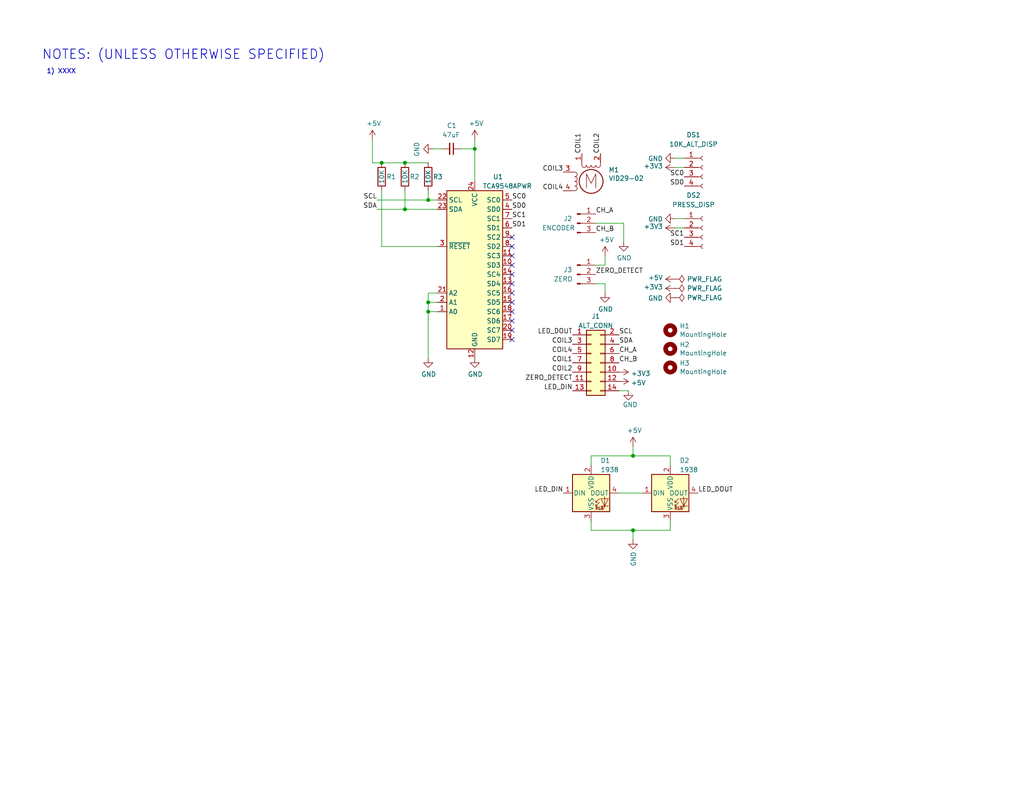
<source format=kicad_sch>
(kicad_sch (version 20211123) (generator eeschema)
  (paper "A")
  (title_block (date "2022-08-04") (rev "2"))
  (lib_symbols
    (symbol "Connector:Conn_01x03_Male" (pin_names (offset 1.016) hide)
      (property "Reference" "J" (at 0 5.08 0))
      (property "Value" "Conn_01x03_Male" (at 0 -5.08 0))
      (symbol "Conn_01x03_Male_1_1"
        (polyline (pts (xy 1.27 -2.54) (xy 0.8636 -2.54)) (stroke (width 0.1524)))
        (polyline (pts (xy 1.27 0) (xy 0.8636 0)) (stroke (width 0.1524)))
        (polyline (pts (xy 1.27 2.54) (xy 0.8636 2.54)) (stroke (width 0.1524)))
        (rectangle (start 0.8636 -2.413) (end 0 -2.667) (stroke (width 0.1524)) (fill (type outline)))
        (rectangle (start 0.8636 0.127) (end 0 -0.127) (stroke (width 0.1524)) (fill (type outline)))
        (rectangle (start 0.8636 2.667) (end 0 2.413) (stroke (width 0.1524)) (fill (type outline)))
        (pin passive line (at 5.08 2.54 180) (length 3.81) (name "Pin_1") (number "1"))
        (pin passive line (at 5.08 0 180) (length 3.81) (name "Pin_2") (number "2"))
        (pin passive line (at 5.08 -2.54 180) (length 3.81) (name "Pin_3") (number "3"))
      )
    )
    (symbol "Connector:Conn_01x04_Female" (pin_names (offset 1.016) hide)
      (property "Reference" "J" (at 0 5.08 0))
      (property "Value" "Conn_01x04_Female" (at 0 -7.62 0))
      (symbol "Conn_01x04_Female_1_1"
        (arc (start 0 -4.572) (mid -0.508 -5.08) (end 0 -5.588) (stroke (width 0.1524)))
        (arc (start 0 -2.032) (mid -0.508 -2.54) (end 0 -3.048) (stroke (width 0.1524)))
        (polyline (pts (xy -1.27 -5.08) (xy -0.508 -5.08)) (stroke (width 0.1524)))
        (polyline (pts (xy -1.27 -2.54) (xy -0.508 -2.54)) (stroke (width 0.1524)))
        (polyline (pts (xy -1.27 0) (xy -0.508 0)) (stroke (width 0.1524)))
        (polyline (pts (xy -1.27 2.54) (xy -0.508 2.54)) (stroke (width 0.1524)))
        (arc (start 0 0.508) (mid -0.508 0) (end 0 -0.508) (stroke (width 0.1524)))
        (arc (start 0 3.048) (mid -0.508 2.54) (end 0 2.032) (stroke (width 0.1524)))
        (pin passive line (at -5.08 2.54 0) (length 3.81) (name "Pin_1") (number "1"))
        (pin passive line (at -5.08 0 0) (length 3.81) (name "Pin_2") (number "2"))
        (pin passive line (at -5.08 -2.54 0) (length 3.81) (name "Pin_3") (number "3"))
        (pin passive line (at -5.08 -5.08 0) (length 3.81) (name "Pin_4") (number "4"))
      )
    )
    (symbol "Connector_Generic:Conn_02x07_Odd_Even" (pin_names (offset 1.016) hide)
      (property "Reference" "J" (at 1.27 10.16 0))
      (property "Value" "Conn_02x07_Odd_Even" (at 1.27 -10.16 0))
      (symbol "Conn_02x07_Odd_Even_1_1"
        (rectangle (start -1.27 -7.493) (end 0 -7.747) (stroke (width 0.1524)))
        (rectangle (start -1.27 -4.953) (end 0 -5.207) (stroke (width 0.1524)))
        (rectangle (start -1.27 -2.413) (end 0 -2.667) (stroke (width 0.1524)))
        (rectangle (start -1.27 0.127) (end 0 -0.127) (stroke (width 0.1524)))
        (rectangle (start -1.27 2.667) (end 0 2.413) (stroke (width 0.1524)))
        (rectangle (start -1.27 5.207) (end 0 4.953) (stroke (width 0.1524)))
        (rectangle (start -1.27 7.747) (end 0 7.493) (stroke (width 0.1524)))
        (rectangle (start -1.27 8.89) (end 3.81 -8.89) (stroke (width 0.254)) (fill (type background)))
        (rectangle (start 3.81 -7.493) (end 2.54 -7.747) (stroke (width 0.1524)))
        (rectangle (start 3.81 -4.953) (end 2.54 -5.207) (stroke (width 0.1524)))
        (rectangle (start 3.81 -2.413) (end 2.54 -2.667) (stroke (width 0.1524)))
        (rectangle (start 3.81 0.127) (end 2.54 -0.127) (stroke (width 0.1524)))
        (rectangle (start 3.81 2.667) (end 2.54 2.413) (stroke (width 0.1524)))
        (rectangle (start 3.81 5.207) (end 2.54 4.953) (stroke (width 0.1524)))
        (rectangle (start 3.81 7.747) (end 2.54 7.493) (stroke (width 0.1524)))
        (pin passive line (at -5.08 7.62 0) (length 3.81) (name "Pin_1") (number "1"))
        (pin passive line (at 7.62 -2.54 180) (length 3.81) (name "Pin_10") (number "10"))
        (pin passive line (at -5.08 -5.08 0) (length 3.81) (name "Pin_11") (number "11"))
        (pin passive line (at 7.62 -5.08 180) (length 3.81) (name "Pin_12") (number "12"))
        (pin passive line (at -5.08 -7.62 0) (length 3.81) (name "Pin_13") (number "13"))
        (pin passive line (at 7.62 -7.62 180) (length 3.81) (name "Pin_14") (number "14"))
        (pin passive line (at 7.62 7.62 180) (length 3.81) (name "Pin_2") (number "2"))
        (pin passive line (at -5.08 5.08 0) (length 3.81) (name "Pin_3") (number "3"))
        (pin passive line (at 7.62 5.08 180) (length 3.81) (name "Pin_4") (number "4"))
        (pin passive line (at -5.08 2.54 0) (length 3.81) (name "Pin_5") (number "5"))
        (pin passive line (at 7.62 2.54 180) (length 3.81) (name "Pin_6") (number "6"))
        (pin passive line (at -5.08 0 0) (length 3.81) (name "Pin_7") (number "7"))
        (pin passive line (at 7.62 0 180) (length 3.81) (name "Pin_8") (number "8"))
        (pin passive line (at -5.08 -2.54 0) (length 3.81) (name "Pin_9") (number "9"))
      )
    )
    (symbol "Device:C_Small" (pin_numbers hide) (pin_names (offset 0.254) hide)
      (property "Reference" "C" (at 0.254 1.778 0))
      (property "Value" "C_Small" (at 0.254 -2.032 0))
      (symbol "C_Small_0_1"
        (polyline (pts (xy -1.524 -0.508) (xy 1.524 -0.508)) (stroke (width 0.3302)))
        (polyline (pts (xy -1.524 0.508) (xy 1.524 0.508)) (stroke (width 0.3048)))
      )
      (symbol "C_Small_1_1"
        (pin passive line (at 0 2.54 270) (length 2.032) (name "~") (number "1"))
        (pin passive line (at 0 -2.54 90) (length 2.032) (name "~") (number "2"))
      )
    )
    (symbol "Device:R" (pin_numbers hide) (pin_names (offset 0))
      (property "Reference" "R" (at 2.032 0 90))
      (property "Value" "R" (at 0 0 90))
      (symbol "R_0_1"
        (rectangle (start -1.016 -2.54) (end 1.016 2.54) (stroke (width 0.254)))
      )
      (symbol "R_1_1"
        (pin passive line (at 0 3.81 270) (length 1.27) (name "~") (number "1"))
        (pin passive line (at 0 -3.81 90) (length 1.27) (name "~") (number "2"))
      )
    )
    (symbol "GAUGE_Standby-Altimeter-rescue:+3.3V-power" (power) (pin_names (offset 0))
      (property "Value" "+3.3V-power" (at 0 3.556 0))
      (symbol "+3.3V-power_0_1"
        (polyline (pts (xy -0.762 1.27) (xy 0 2.54)))
        (polyline (pts (xy 0 0) (xy 0 2.54)))
        (polyline (pts (xy 0 2.54) (xy 0.762 1.27)))
      )
      (symbol "+3.3V-power_1_1"
        (pin power_in line (at 0 0 90) (length 0) hide (name "+3V3") (number "1"))
      )
    )
    (symbol "Interface_Expansion:TCA9548APWR"
      (property "Reference" "U" (at -7.62 21.59 0))
      (property "Value" "TCA9548APWR" (at 1.016 21.59 0))
      (symbol "TCA9548APWR_0_1"
        (rectangle (start -7.62 20.32) (end 7.62 -22.86) (stroke (width 0.254)) (fill (type background)))
      )
      (symbol "TCA9548APWR_1_1"
        (pin input line (at -10.16 -12.7 0) (length 2.54) (name "A0") (number "1"))
        (pin bidirectional line (at 10.16 0 180) (length 2.54) (name "SD3") (number "10"))
        (pin output line (at 10.16 2.54 180) (length 2.54) (name "SC3") (number "11"))
        (pin power_in line (at 0 -25.4 90) (length 2.54) (name "GND") (number "12"))
        (pin bidirectional line (at 10.16 -5.08 180) (length 2.54) (name "SD4") (number "13"))
        (pin output line (at 10.16 -2.54 180) (length 2.54) (name "SC4") (number "14"))
        (pin bidirectional line (at 10.16 -10.16 180) (length 2.54) (name "SD5") (number "15"))
        (pin output line (at 10.16 -7.62 180) (length 2.54) (name "SC5") (number "16"))
        (pin bidirectional line (at 10.16 -15.24 180) (length 2.54) (name "SD6") (number "17"))
        (pin output line (at 10.16 -12.7 180) (length 2.54) (name "SC6") (number "18"))
        (pin bidirectional line (at 10.16 -20.32 180) (length 2.54) (name "SD7") (number "19"))
        (pin input line (at -10.16 -10.16 0) (length 2.54) (name "A1") (number "2"))
        (pin output line (at 10.16 -17.78 180) (length 2.54) (name "SC7") (number "20"))
        (pin input line (at -10.16 -7.62 0) (length 2.54) (name "A2") (number "21"))
        (pin input line (at -10.16 17.78 0) (length 2.54) (name "SCL") (number "22"))
        (pin bidirectional line (at -10.16 15.24 0) (length 2.54) (name "SDA") (number "23"))
        (pin power_in line (at 0 22.86 270) (length 2.54) (name "VCC") (number "24"))
        (pin input line (at -10.16 5.08 0) (length 2.54) (name "~{RESET}") (number "3"))
        (pin bidirectional line (at 10.16 15.24 180) (length 2.54) (name "SD0") (number "4"))
        (pin output line (at 10.16 17.78 180) (length 2.54) (name "SC0") (number "5"))
        (pin bidirectional line (at 10.16 10.16 180) (length 2.54) (name "SD1") (number "6"))
        (pin output line (at 10.16 12.7 180) (length 2.54) (name "SC1") (number "7"))
        (pin bidirectional line (at 10.16 5.08 180) (length 2.54) (name "SD2") (number "8"))
        (pin output line (at 10.16 7.62 180) (length 2.54) (name "SC2") (number "9"))
      )
    )
    (symbol "KiCadCustomLib:1938" (pin_names (offset 0.254))
      (property "Reference" "D" (at 5.08 5.715 0))
      (property "Value" "1938" (at 1.27 -5.715 0))
      (symbol "1938_0_0"
        (text "RGB" (at 2.286 -4.191 0) (effects (font (size 0.762 0.762))))
      )
      (symbol "1938_0_1"
        (polyline (pts (xy 1.27 -3.556) (xy 1.778 -3.556)))
        (polyline (pts (xy 1.27 -2.54) (xy 1.778 -2.54)))
        (polyline (pts (xy 4.699 -3.556) (xy 2.667 -3.556)))
        (polyline (pts (xy 2.286 -2.54) (xy 1.27 -3.556) (xy 1.27 -3.048)))
        (polyline (pts (xy 2.286 -1.524) (xy 1.27 -2.54) (xy 1.27 -2.032)))
        (polyline (pts (xy 3.683 -1.016) (xy 3.683 -3.556) (xy 3.683 -4.064)))
        (polyline (pts (xy 4.699 -1.524) (xy 2.667 -1.524) (xy 3.683 -3.556) (xy 4.699 -1.524)))
        (rectangle (start 5.08 5.08) (end -5.08 -5.08) (stroke (width 0.254)) (fill (type background)))
      )
      (symbol "1938_1_1"
        (pin input line (at -7.62 0 0) (length 2.54) (name "DIN") (number "1"))
        (pin power_in line (at 0 7.62 270) (length 2.54) (name "VDD") (number "2"))
        (pin power_in line (at 0 -7.62 90) (length 2.54) (name "VSS") (number "3"))
        (pin output line (at 7.62 0 180) (length 2.54) (name "DOUT") (number "4"))
      )
    )
    (symbol "Mechanical:MountingHole" (pin_names (offset 1.016))
      (property "Reference" "H" (at 0 5.08 0))
      (property "Value" "MountingHole" (at 0 3.175 0))
      (symbol "MountingHole_0_1"
        (circle (center 0 0) (radius 1.27) (stroke (width 1.27)))
      )
    )
    (symbol "Motor:Stepper_Motor_bipolar" (pin_names (offset 0) hide)
      (property "Reference" "M" (at 3.81 2.54 0))
      (property "Value" "Stepper_Motor_bipolar" (at 3.81 1.27 0))
      (symbol "Stepper_Motor_bipolar_0_0"
        (polyline (pts (xy -1.27 -1.778) (xy -1.27 2.032) (xy 0 -0.508) (xy 1.27 2.032) (xy 1.27 -1.778)))
      )
      (symbol "Stepper_Motor_bipolar_0_1"
        (arc (start -4.445 -2.54) (mid -3.81 -1.905) (end -4.445 -1.27))
        (arc (start -4.445 -1.27) (mid -3.81 -0.635) (end -4.445 0))
        (arc (start -4.445 0) (mid -3.81 0.635) (end -4.445 1.27))
        (arc (start -4.445 1.27) (mid -3.81 1.905) (end -4.445 2.54))
        (arc (start -2.54 4.445) (mid -1.905 3.81) (end -1.27 4.445))
        (arc (start -1.27 4.445) (mid -0.635 3.81) (end 0 4.445))
        (polyline (pts (xy -5.08 -2.54) (xy -4.445 -2.54)))
        (polyline (pts (xy -5.08 2.54) (xy -4.445 2.54)))
        (polyline (pts (xy -2.54 5.08) (xy -2.54 4.445)))
        (polyline (pts (xy 2.54 5.08) (xy 2.54 4.445)))
        (circle (center 0 0) (radius 3.2512) (stroke (width 0.254)))
        (arc (start 0 4.445) (mid 0.635 3.81) (end 1.27 4.445))
        (arc (start 1.27 4.445) (mid 1.905 3.81) (end 2.54 4.445))
      )
      (symbol "Stepper_Motor_bipolar_1_1"
        (pin passive line (at -2.54 7.62 270) (length 2.54) (name "~") (number "1"))
        (pin passive line (at 2.54 7.62 270) (length 2.54) (name "-") (number "2"))
        (pin passive line (at -7.62 2.54 0) (length 2.54) (name "~") (number "3"))
        (pin passive line (at -7.62 -2.54 0) (length 2.54) (name "~") (number "4"))
      )
    )
    (symbol "power:+5V" (power) (pin_names (offset 0))
      (property "Value" "+5V" (at 0 3.556 0))
      (symbol "+5V_0_1"
        (polyline (pts (xy -0.762 1.27) (xy 0 2.54)))
        (polyline (pts (xy 0 0) (xy 0 2.54)))
        (polyline (pts (xy 0 2.54) (xy 0.762 1.27)))
      )
      (symbol "+5V_1_1"
        (pin power_in line (at 0 0 90) (length 0) hide (name "+5V") (number "1"))
      )
    )
    (symbol "power:GND" (power) (pin_names (offset 0))
      (property "Value" "GND" (at 0 -3.81 0))
      (symbol "GND_0_1"
        (polyline (pts (xy 0 0) (xy 0 -1.27) (xy 1.27 -1.27) (xy 0 -2.54) (xy -1.27 -1.27) (xy 0 -1.27)))
      )
      (symbol "GND_1_1"
        (pin power_in line (at 0 0 270) (length 0) hide (name "GND") (number "1"))
      )
    )
    (symbol "power:PWR_FLAG" (power) (pin_numbers hide) (pin_names (offset 0) hide)
      (property "Value" "PWR_FLAG" (at 0 3.81 0))
      (symbol "PWR_FLAG_0_0"
        (pin power_out line (at 0 0 90) (length 0) (name "pwr") (number "1"))
      )
      (symbol "PWR_FLAG_0_1"
        (polyline (pts (xy 0 0) (xy 0 1.27) (xy -1.016 1.905) (xy 0 2.54) (xy 1.016 1.905) (xy 0 1.27)))
      )
    )
  )
  (junction (at 116.84 54.61))
  (junction (at 104.14 44.45))
  (junction (at 172.72 124.46))
  (junction (at 116.84 82.55))
  (junction (at 172.72 144.78))
  (junction (at 110.49 44.45))
  (junction (at 110.49 57.15))
  (junction (at 116.84 85.09))
  (junction (at 129.54 40.64))
  (no_connect (at 139.7 64.77))
  (no_connect (at 139.7 80.01))
  (no_connect (at 139.7 72.39))
  (no_connect (at 139.7 92.71))
  (no_connect (at 139.7 67.31))
  (no_connect (at 139.7 90.17))
  (no_connect (at 139.7 85.09))
  (no_connect (at 139.7 74.93))
  (no_connect (at 139.7 87.63))
  (no_connect (at 139.7 77.47))
  (no_connect (at 139.7 69.85))
  (no_connect (at 139.7 82.55))
  (wire (pts (xy 171.45 106.68) (xy 168.91 106.68)))
  (wire (pts (xy 186.69 62.23) (xy 184.15 62.23)))
  (wire (pts (xy 170.18 66.04) (xy 170.18 60.96)))
  (wire (pts (xy 168.91 134.62) (xy 175.26 134.62)))
  (wire (pts (xy 116.84 85.09) (xy 116.84 97.79)))
  (wire (pts (xy 161.29 124.46) (xy 172.72 124.46)))
  (wire (pts (xy 104.14 67.31) (xy 119.38 67.31)))
  (wire (pts (xy 120.65 40.64) (xy 118.11 40.64)))
  (wire (pts (xy 104.14 44.45) (xy 110.49 44.45)))
  (wire (pts (xy 172.72 121.92) (xy 172.72 124.46)))
  (wire (pts (xy 165.1 80.01) (xy 165.1 77.47)))
  (wire (pts (xy 110.49 52.07) (xy 110.49 57.15)))
  (wire (pts (xy 116.84 54.61) (xy 102.87 54.61)))
  (wire (pts (xy 101.6 44.45) (xy 104.14 44.45)))
  (wire (pts (xy 119.38 85.09) (xy 116.84 85.09)))
  (wire (pts (xy 172.72 144.78) (xy 172.72 147.32)))
  (wire (pts (xy 165.1 72.39) (xy 165.1 69.85)))
  (wire (pts (xy 104.14 52.07) (xy 104.14 67.31)))
  (wire (pts (xy 165.1 77.47) (xy 162.56 77.47)))
  (wire (pts (xy 162.56 72.39) (xy 165.1 72.39)))
  (wire (pts (xy 116.84 54.61) (xy 116.84 52.07)))
  (wire (pts (xy 184.15 59.69) (xy 186.69 59.69)))
  (wire (pts (xy 119.38 82.55) (xy 116.84 82.55)))
  (wire (pts (xy 182.88 144.78) (xy 182.88 142.24)))
  (wire (pts (xy 161.29 127) (xy 161.29 124.46)))
  (wire (pts (xy 186.69 45.72) (xy 184.15 45.72)))
  (wire (pts (xy 172.72 144.78) (xy 182.88 144.78)))
  (wire (pts (xy 116.84 54.61) (xy 119.38 54.61)))
  (wire (pts (xy 119.38 80.01) (xy 116.84 80.01)))
  (wire (pts (xy 161.29 142.24) (xy 161.29 144.78)))
  (wire (pts (xy 129.54 40.64) (xy 129.54 49.53)))
  (wire (pts (xy 116.84 80.01) (xy 116.84 82.55)))
  (wire (pts (xy 101.6 38.1) (xy 101.6 44.45)))
  (wire (pts (xy 182.88 124.46) (xy 182.88 127)))
  (wire (pts (xy 110.49 57.15) (xy 102.87 57.15)))
  (wire (pts (xy 161.29 144.78) (xy 172.72 144.78)))
  (wire (pts (xy 116.84 82.55) (xy 116.84 85.09)))
  (wire (pts (xy 125.73 40.64) (xy 129.54 40.64)))
  (wire (pts (xy 184.15 43.18) (xy 186.69 43.18)))
  (wire (pts (xy 172.72 124.46) (xy 182.88 124.46)))
  (wire (pts (xy 110.49 57.15) (xy 119.38 57.15)))
  (wire (pts (xy 170.18 60.96) (xy 162.56 60.96)))
  (wire (pts (xy 129.54 38.1) (xy 129.54 40.64)))
  (wire (pts (xy 110.49 44.45) (xy 116.84 44.45)))
  (text "NOTES: (UNLESS OTHERWISE SPECIFIED)" (at 11.43 16.51 0) (effects (font (size 2.54 2.54)) (justify left bottom)))
  (text "1) XXXX" (at 12.7 20.32 0) (effects (font (size 1.27 1.27)) (justify left bottom)))
  (text "1) XXXX" (at 12.7 20.32 0) (effects (font (size 1.27 1.27)) (justify left bottom)))
  (text "NOTES: (UNLESS OTHERWISE SPECIFIED)" (at 11.43 16.51 0) (effects (font (size 2.54 2.54)) (justify left bottom)))
  (label "CH_B" (at 168.91 99.06 0))
  (label "SDA" (at 102.87 57.15 180))
  (label "SCL" (at 102.87 54.61 180))
  (label "SC0" (at 139.7 54.61 0))
  (label "SC1" (at 139.7 59.69 0))
  (label "CH_A" (at 162.56 58.42 0))
  (label "LED_DOUT" (at 190.5 134.62 0))
  (label "COIL4" (at 153.67 52.07 180))
  (label "SC1" (at 186.69 64.77 180))
  (label "SD0" (at 139.7 57.15 0))
  (label "ZERO_DETECT" (at 156.21 104.14 180))
  (label "SC0" (at 186.69 48.26 180))
  (label "COIL1" (at 158.75 41.91 90))
  (label "CH_B" (at 162.56 63.5 0))
  (label "LED_DOUT" (at 156.21 91.44 180))
  (label "COIL3" (at 153.67 46.99 180))
  (label "ZERO_DETECT" (at 162.56 74.93 0))
  (label "LED_DIN" (at 153.67 134.62 180))
  (label "COIL4" (at 156.21 96.52 180))
  (label "SD0" (at 186.69 50.8 180))
  (label "COIL2" (at 163.83 41.91 90))
  (label "SD1" (at 186.69 67.31 180))
  (label "COIL2" (at 156.21 101.6 180))
  (label "CH_A" (at 168.91 96.52 0))
  (label "LED_DIN" (at 156.21 106.68 180))
  (label "SCL" (at 168.91 91.44 0))
  (label "COIL3" (at 156.21 93.98 180))
  (label "SDA" (at 168.91 93.98 0))
  (label "SD1" (at 139.7 62.23 0))
  (label "COIL1" (at 156.21 99.06 180))
  (symbol (lib_id "power:+5V") (at 101.6 38.1 0) (unit 1)
    (property "Reference" "#PWR01" (effects hide))
    (property "Value" "+5V" (at 101.981 33.7058 0))
  )
  (symbol (lib_id "Device:R") (at 104.14 48.26 0) (unit 1)
    (property "Reference" "R1" (at 105.41 48.26 0) (effects (justify left)))
    (property "Value" "10K" (at 104.14 48.26 90))
    (property "Footprint" "Resistor_SMD:R_0603_1608Metric" (effects hide))
    (property "Datasheet" "https://datasheet.lcsc.com/szlcsc/1811062009_UNI-ROYAL-Uniroyal-Elec-0603WAF1002T5E_C25804.pdf" (effects hide))
    (property "LCSC" "C25804" (effects hide))
  )
  (symbol (lib_id "Device:R") (at 110.49 48.26 0) (unit 1)
    (property "Reference" "R2" (at 111.76 48.26 0) (effects (justify left)))
    (property "Value" "10K" (at 110.49 48.26 90))
    (property "Footprint" "Resistor_SMD:R_0603_1608Metric" (effects hide))
    (property "Datasheet" "https://datasheet.lcsc.com/szlcsc/1811062009_UNI-ROYAL-Uniroyal-Elec-0603WAF1002T5E_C25804.pdf" (effects hide))
    (property "LCSC" "C25804" (effects hide))
  )
  (symbol (lib_id "Device:R") (at 116.84 48.26 0) (unit 1)
    (property "Reference" "R3" (at 118.11 48.26 0) (effects (justify left)))
    (property "Value" "10K" (at 116.84 48.26 90))
    (property "Footprint" "Resistor_SMD:R_0603_1608Metric" (effects hide))
    (property "Datasheet" "https://datasheet.lcsc.com/szlcsc/1811062009_UNI-ROYAL-Uniroyal-Elec-0603WAF1002T5E_C25804.pdf" (effects hide))
    (property "LCSC" "C25804" (effects hide))
  )
  (symbol (lib_id "power:PWR_FLAG") (at 184.15 78.74 270) (unit 1)
    (property "Reference" "#FLG01" (effects hide))
    (property "Value" "PWR_FLAG" (at 187.4012 78.74 90) (effects (justify left)))
  )
  (symbol (lib_id "power:PWR_FLAG") (at 184.15 81.28 270) (unit 1)
    (property "Reference" "#FLG02" (effects hide))
    (property "Value" "PWR_FLAG" (at 187.4012 81.28 90) (effects (justify left)))
  )
  (symbol (lib_id "power:GND") (at 184.15 81.28 270) (unit 1)
    (property "Reference" "#PWR09" (effects hide))
    (property "Value" "GND" (at 180.8988 81.407 90) (effects (justify right)))
  )
  (symbol (lib_id "GAUGE_Standby-Altimeter-rescue:+3.3V-power") (at 184.15 78.74 90) (unit 1)
    (property "Reference" "#PWR08" (effects hide))
    (property "Value" "+3.3V" (at 180.8988 78.359 90) (effects (justify left)))
  )
  (symbol (lib_id "Connector:Conn_01x04_Female") (at 191.77 45.72 0) (unit 1)
    (property "Reference" "DS1" (at 189.23 36.83 0))
    (property "Value" "10K_ALT_DISP" (at 189.23 39.37 0))
    (property "Footprint" "Connector_PinSocket_2.54mm:PinSocket_1x04_P2.54mm_Vertical" (effects hide))
  )
  (symbol (lib_id "power:GND") (at 184.15 43.18 270) (unit 1)
    (property "Reference" "#PWR04" (effects hide))
    (property "Value" "GND" (at 180.8988 43.307 90) (effects (justify right)))
  )
  (symbol (lib_id "GAUGE_Standby-Altimeter-rescue:+3.3V-power") (at 184.15 45.72 90) (unit 1)
    (property "Reference" "#PWR05" (effects hide))
    (property "Value" "+3.3V" (at 180.8988 45.339 90) (effects (justify left)))
  )
  (symbol (lib_id "Connector:Conn_01x04_Female") (at 191.77 62.23 0) (unit 1)
    (property "Reference" "DS2" (at 189.23 53.34 0))
    (property "Value" "PRESS_DISP" (at 189.23 55.88 0))
    (property "Footprint" "Connector_PinSocket_2.54mm:PinSocket_1x04_P2.54mm_Vertical" (effects hide))
  )
  (symbol (lib_id "power:GND") (at 184.15 59.69 270) (unit 1)
    (property "Reference" "#PWR06" (effects hide))
    (property "Value" "GND" (at 180.8988 59.817 90) (effects (justify right)))
  )
  (symbol (lib_id "GAUGE_Standby-Altimeter-rescue:+3.3V-power") (at 184.15 62.23 90) (unit 1)
    (property "Reference" "#PWR07" (effects hide))
    (property "Value" "+3.3V" (at 180.8988 61.849 90) (effects (justify left)))
  )
  (symbol (lib_id "power:GND") (at 171.45 106.68 0) (unit 1)
    (property "Reference" "#PWR017" (effects hide))
    (property "Value" "GND" (at 173.99 110.49 0) (effects (justify right)))
  )
  (symbol (lib_id "GAUGE_Standby-Altimeter-rescue:+3.3V-power") (at 168.91 101.6 270) (unit 1)
    (property "Reference" "#PWR016" (effects hide))
    (property "Value" "+3.3V" (at 172.1612 101.981 90) (effects (justify left)))
  )
  (symbol (lib_id "Connector:Conn_01x03_Male") (at 157.48 60.96 0) (unit 1)
    (property "Reference" "J2" (at 154.94 59.69 0))
    (property "Value" "ENCODER" (at 152.4 62.23 0))
    (property "Footprint" "Connector_PinHeader_2.54mm:PinHeader_1x03_P2.54mm_Vertical" (effects hide))
  )
  (symbol (lib_id "power:GND") (at 170.18 66.04 0) (unit 1)
    (property "Reference" "#PWR010" (effects hide))
    (property "Value" "GND" (at 170.307 70.4342 0))
  )
  (symbol (lib_id "Interface_Expansion:TCA9548APWR") (at 129.54 72.39 0) (unit 1)
    (property "Reference" "U1" (at 135.89 48.26 0))
    (property "Value" "TCA9548APWR" (at 138.43 50.8 0))
    (property "Footprint" "Package_SO:TSSOP-24_4.4x7.8mm_P0.65mm" (effects hide))
    (property "Datasheet" "http://www.ti.com/lit/ds/symlink/tca9548a.pdf" (effects hide))
    (property "LCSC" "C130026" (effects hide))
  )
  (symbol (lib_id "power:+5V") (at 129.54 38.1 0) (unit 1)
    (property "Reference" "#PWR02" (effects hide))
    (property "Value" "+5V" (at 129.921 33.7058 0))
  )
  (symbol (lib_id "Device:C_Small") (at 123.19 40.64 270) (unit 1)
    (property "Reference" "C1" (at 121.92 34.29 90) (effects (justify left)))
    (property "Value" "47uF" (at 120.65 36.83 90) (effects (justify left)))
    (property "Footprint" "Capacitor_SMD:C_1206_3216Metric" (effects hide))
    (property "Datasheet" "https://datasheet.lcsc.com/szlcsc/Samsung-Electro-Mechanics-CL31A476MPHNNNE_C96123.pdf" (effects hide))
    (property "PN" "CL31A476MPHNNNE" (effects hide))
    (property "LCSC" "C96123" (effects hide))
  )
  (symbol (lib_id "power:GND") (at 118.11 40.64 270) (unit 1)
    (property "Reference" "#PWR03" (effects hide))
    (property "Value" "GND" (at 113.7158 40.767 0))
  )
  (symbol (lib_id "KiCadCustomLib:1938") (at 161.29 134.62 0) (unit 1)
    (property "Reference" "D1" (at 163.83 125.73 0) (effects (justify left)))
    (property "Value" "1938" (at 163.83 128.27 0) (effects (justify left)))
    (property "Footprint" "LED_THT:LED_D5.0mm-4_RGB" (effects hide))
    (property "Datasheet" "https://www.adafruit.com/product/1938" (effects hide))
  )
  (symbol (lib_id "KiCadCustomLib:1938") (at 182.88 134.62 0) (unit 1)
    (property "Reference" "D2" (at 185.42 125.73 0) (effects (justify left)))
    (property "Value" "1938" (at 185.42 128.27 0) (effects (justify left)))
    (property "Footprint" "LED_THT:LED_D5.0mm-4_RGB" (effects hide))
    (property "Datasheet" "https://www.adafruit.com/product/1938" (effects hide))
  )
  (symbol (lib_id "power:+5V") (at 172.72 121.92 0) (unit 1)
    (property "Reference" "#PWR0102" (effects hide))
    (property "Value" "+5V" (at 173.101 117.5258 0))
  )
  (symbol (lib_id "Connector_Generic:Conn_02x07_Odd_Even") (at 161.29 99.06 0) (unit 1)
    (property "Reference" "J1" (at 162.56 86.36 0))
    (property "Value" "ALT_CONN" (at 162.56 88.9 0))
    (property "Footprint" "Connector_PinHeader_2.54mm:PinHeader_2x07_P2.54mm_Vertical" (effects hide))
  )
  (symbol (lib_id "Motor:Stepper_Motor_bipolar") (at 161.29 49.53 0) (unit 1)
    (property "Reference" "M1" (at 166.0652 46.3804 0) (effects (justify left)))
    (property "Value" "VID29-02" (at 166.0652 48.6918 0) (effects (justify left)))
    (property "Footprint" "KiCAD Libraries:VID29-02" (effects hide))
    (property "Datasheet" "http://www.infineon.com/dgdl/Application-Note-TLE8110EE_driving_UniPolarStepperMotor_V1.1.pdf?fileId=db3a30431be39b97011be5d0aa0a00b0" (effects hide))
  )
  (symbol (lib_id "Connector:Conn_01x03_Male") (at 157.48 74.93 0) (unit 1)
    (property "Reference" "J3" (at 154.94 73.66 0))
    (property "Value" "ZERO" (at 153.67 76.2 0))
    (property "Footprint" "Connector_PinHeader_2.54mm:PinHeader_1x03_P2.54mm_Vertical" (effects hide))
  )
  (symbol (lib_id "power:+5V") (at 165.1 69.85 0) (unit 1)
    (property "Reference" "#PWR011" (effects hide))
    (property "Value" "+5V" (at 165.481 65.4558 0))
  )
  (symbol (lib_id "power:GND") (at 165.1 80.01 0) (unit 1)
    (property "Reference" "#PWR013" (effects hide))
    (property "Value" "GND" (at 165.227 84.4042 0))
  )
  (symbol (lib_id "power:+5V") (at 184.15 76.2 90) (unit 1)
    (property "Reference" "#PWR012" (effects hide))
    (property "Value" "+5V" (at 180.8988 75.819 90) (effects (justify left)))
  )
  (symbol (lib_id "power:PWR_FLAG") (at 184.15 76.2 270) (unit 1)
    (property "Reference" "#FLG03" (effects hide))
    (property "Value" "PWR_FLAG" (at 187.4012 76.2 90) (effects (justify left)))
  )
  (symbol (lib_id "power:+5V") (at 168.91 104.14 270) (unit 1)
    (property "Reference" "#PWR015" (effects hide))
    (property "Value" "+5V" (at 172.1612 104.521 90) (effects (justify left)))
  )
  (symbol (lib_id "Mechanical:MountingHole") (at 182.88 90.17 0) (unit 1)
    (property "Reference" "H1" (at 185.42 89.0016 0) (effects (justify left)))
    (property "Value" "MountingHole" (at 185.42 91.313 0) (effects (justify left)))
    (property "Footprint" "MountingHole:MountingHole_2.5mm" (effects hide))
  )
  (symbol (lib_id "Mechanical:MountingHole") (at 182.88 95.25 0) (unit 1)
    (property "Reference" "H2" (at 185.42 94.0816 0) (effects (justify left)))
    (property "Value" "MountingHole" (at 185.42 96.393 0) (effects (justify left)))
    (property "Footprint" "MountingHole:MountingHole_2.5mm" (effects hide))
  )
  (symbol (lib_id "Mechanical:MountingHole") (at 182.88 100.33 0) (unit 1)
    (property "Reference" "H3" (at 185.42 99.1616 0) (effects (justify left)))
    (property "Value" "MountingHole" (at 185.42 101.473 0) (effects (justify left)))
    (property "Footprint" "MountingHole:MountingHole_2.5mm" (effects hide))
  )
  (symbol (lib_id "power:GND") (at 172.72 147.32 0) (unit 1)
    (property "Reference" "#PWR0103" (effects hide))
    (property "Value" "GND" (at 172.847 150.5712 90) (effects (justify right)))
  )
  (symbol (lib_id "power:GND") (at 129.54 97.79 0) (unit 1)
    (property "Reference" "#PWR014" (effects hide))
    (property "Value" "GND" (at 129.667 102.1842 0))
  )
  (symbol (lib_id "power:GND") (at 116.84 97.79 0) (unit 1)
    (property "Reference" "#PWR0101" (effects hide))
    (property "Value" "GND" (at 116.967 102.1842 0))
  )
)
</source>
